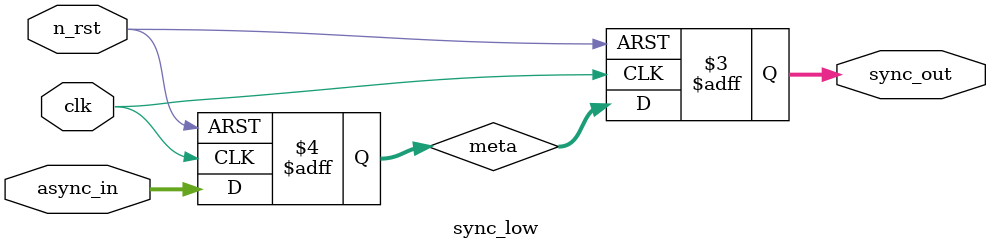
<source format=sv>
module sync_low #(WIDTH = 8)(
    input wire clk,
    input wire n_rst,
    input wire [WIDTH-1:0] async_in,
    output reg [WIDTH-1:0] sync_out
);
reg [WIDTH-1:0] meta;
always_ff @( posedge clk, negedge n_rst ) 
begin : RESET_LOW_SYNCHRONIZER
    if(n_rst == 1'b0)
    begin
        meta <= '0;
        sync_out <= '0;
    end
    else
    begin
        meta <= async_in;
        sync_out <= meta;
    end
end
    
endmodule
</source>
